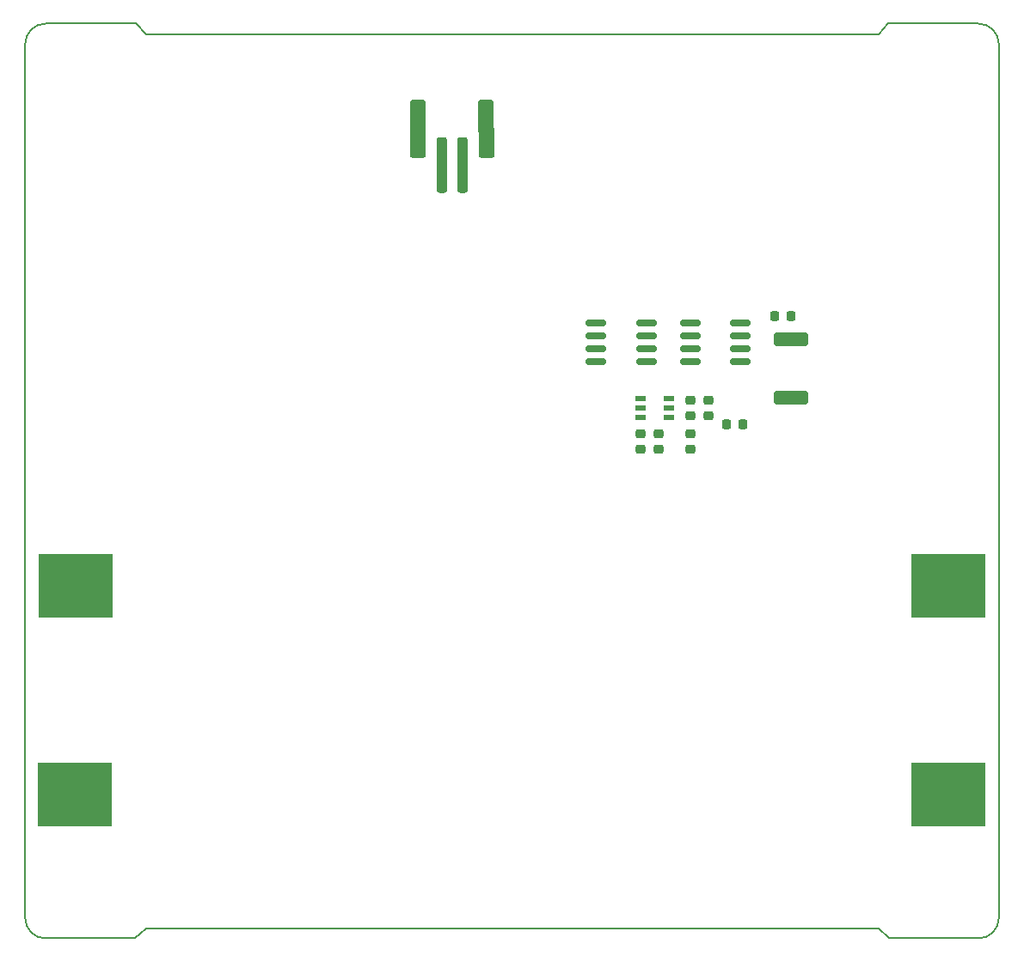
<source format=gbr>
%TF.GenerationSoftware,KiCad,Pcbnew,7.0.7*%
%TF.CreationDate,2023-10-10T18:21:33-04:00*%
%TF.ProjectId,batteryboard,62617474-6572-4796-926f-6172642e6b69,rev?*%
%TF.SameCoordinates,Original*%
%TF.FileFunction,Paste,Top*%
%TF.FilePolarity,Positive*%
%FSLAX46Y46*%
G04 Gerber Fmt 4.6, Leading zero omitted, Abs format (unit mm)*
G04 Created by KiCad (PCBNEW 7.0.7) date 2023-10-10 18:21:33*
%MOMM*%
%LPD*%
G01*
G04 APERTURE LIST*
G04 Aperture macros list*
%AMRoundRect*
0 Rectangle with rounded corners*
0 $1 Rounding radius*
0 $2 $3 $4 $5 $6 $7 $8 $9 X,Y pos of 4 corners*
0 Add a 4 corners polygon primitive as box body*
4,1,4,$2,$3,$4,$5,$6,$7,$8,$9,$2,$3,0*
0 Add four circle primitives for the rounded corners*
1,1,$1+$1,$2,$3*
1,1,$1+$1,$4,$5*
1,1,$1+$1,$6,$7*
1,1,$1+$1,$8,$9*
0 Add four rect primitives between the rounded corners*
20,1,$1+$1,$2,$3,$4,$5,0*
20,1,$1+$1,$4,$5,$6,$7,0*
20,1,$1+$1,$6,$7,$8,$9,0*
20,1,$1+$1,$8,$9,$2,$3,0*%
G04 Aperture macros list end*
%ADD10R,7.340000X6.350000*%
%ADD11R,1.000000X0.600000*%
%ADD12RoundRect,0.218750X-0.256250X0.218750X-0.256250X-0.218750X0.256250X-0.218750X0.256250X0.218750X0*%
%ADD13RoundRect,0.218750X0.218750X0.256250X-0.218750X0.256250X-0.218750X-0.256250X0.218750X-0.256250X0*%
%ADD14RoundRect,0.218750X0.256250X-0.218750X0.256250X0.218750X-0.256250X0.218750X-0.256250X-0.218750X0*%
%ADD15RoundRect,0.150000X-0.825000X-0.150000X0.825000X-0.150000X0.825000X0.150000X-0.825000X0.150000X0*%
%ADD16RoundRect,0.150000X0.825000X0.150000X-0.825000X0.150000X-0.825000X-0.150000X0.825000X-0.150000X0*%
%ADD17RoundRect,0.250000X1.425000X-0.425000X1.425000X0.425000X-1.425000X0.425000X-1.425000X-0.425000X0*%
%ADD18RoundRect,0.250000X0.250000X1.500000X-0.250000X1.500000X-0.250000X-1.500000X0.250000X-1.500000X0*%
%ADD19RoundRect,0.250001X0.499999X1.449999X-0.499999X1.449999X-0.499999X-1.449999X0.499999X-1.449999X0*%
%ADD20RoundRect,0.250000X-0.250000X-2.499999X0.250000X-2.499999X0.250000X2.499999X-0.250000X2.499999X0*%
%ADD21RoundRect,0.250000X-0.550000X-1.250000X0.550000X-1.250000X0.550000X1.250000X-0.550000X1.250000X0*%
%TA.AperFunction,Profile*%
%ADD22C,0.150000*%
%TD*%
G04 APERTURE END LIST*
D10*
X144117400Y-129844800D03*
X58117400Y-129844800D03*
D11*
X113789000Y-90744000D03*
X113789000Y-91694000D03*
X113789000Y-92644000D03*
X116589000Y-92644000D03*
X116589000Y-91694000D03*
X116589000Y-90744000D03*
D10*
X58142800Y-109194600D03*
X144142800Y-109194600D03*
D12*
X120523000Y-90906500D03*
X120523000Y-92481500D03*
X118745000Y-90906500D03*
X118745000Y-92481500D03*
X115570000Y-94208500D03*
X115570000Y-95783500D03*
D13*
X128613000Y-82677000D03*
X127038000Y-82677000D03*
X123850500Y-93281500D03*
X122275500Y-93281500D03*
D14*
X118745000Y-95783500D03*
X118745000Y-94208500D03*
D15*
X109412000Y-83312000D03*
X109412000Y-84582000D03*
X109412000Y-85852000D03*
X109412000Y-87122000D03*
X114362000Y-87122000D03*
X114362000Y-85852000D03*
X114362000Y-84582000D03*
X114362000Y-83312000D03*
D16*
X123633000Y-87122000D03*
X123633000Y-85852000D03*
X123633000Y-84582000D03*
X123633000Y-83312000D03*
X118683000Y-83312000D03*
X118683000Y-84582000D03*
X118683000Y-85852000D03*
X118683000Y-87122000D03*
D12*
X113792000Y-94208500D03*
X113792000Y-95783500D03*
D17*
X128587500Y-90720500D03*
X128587500Y-84920500D03*
D18*
X96250000Y-68763000D03*
X94250000Y-68763000D03*
D19*
X98600000Y-63013000D03*
X91900000Y-63013000D03*
D20*
X94250000Y-67759200D03*
X96250000Y-67759200D03*
D21*
X91850000Y-65509200D03*
X98650000Y-65509200D03*
D22*
X53200300Y-141979900D02*
G75*
G03*
X55200300Y-143979900I2000000J0D01*
G01*
X147085300Y-143979900D02*
G75*
G03*
X149085300Y-141979900I0J2000000D01*
G01*
X149085300Y-55809900D02*
G75*
G03*
X147085300Y-53809900I-2000000J0D01*
G01*
X53200300Y-55809900D02*
X53200300Y-141979900D01*
X55200300Y-53809900D02*
G75*
G03*
X53200300Y-55809900I0J-2000000D01*
G01*
X55200300Y-143979900D02*
X64039500Y-143979900D01*
X149085300Y-141979900D02*
X149085300Y-55809900D01*
X137210800Y-143002000D02*
X65074800Y-143002000D01*
X64039500Y-143979900D02*
X65074800Y-143002000D01*
X147085300Y-143979900D02*
X138246100Y-143979900D01*
X65074800Y-54845200D02*
X64096900Y-53809900D01*
X137210800Y-54845200D02*
X65074800Y-54845200D01*
X137210800Y-54845200D02*
X138188700Y-53809900D01*
X147085300Y-53809900D02*
X138188700Y-53809900D01*
X64096900Y-53809900D02*
X55200300Y-53809900D01*
X138246100Y-143979900D02*
X137210800Y-143002000D01*
M02*

</source>
